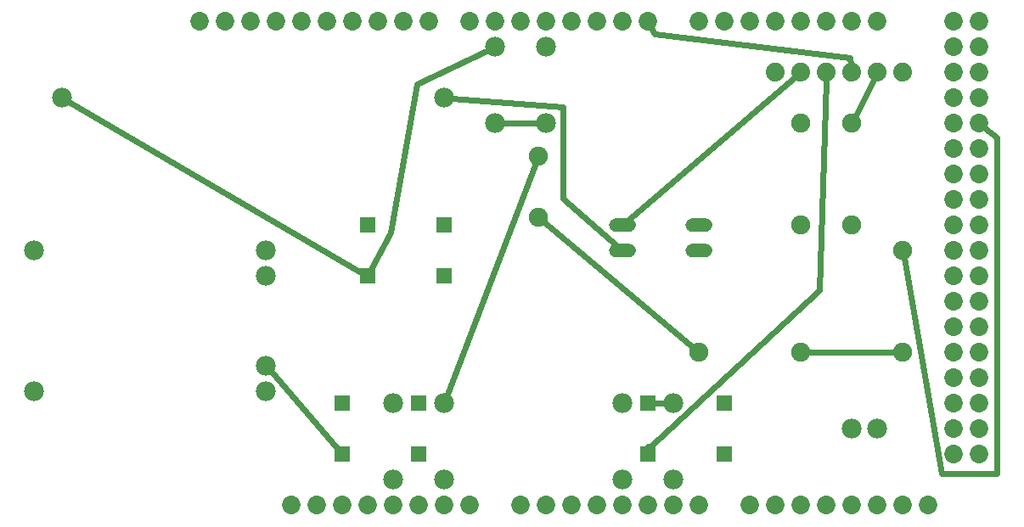
<source format=gtl>
G04 MADE WITH FRITZING*
G04 WWW.FRITZING.ORG*
G04 DOUBLE SIDED*
G04 HOLES PLATED*
G04 CONTOUR ON CENTER OF CONTOUR VECTOR*
%ASAXBY*%
%FSLAX23Y23*%
%MOIN*%
%OFA0B0*%
%SFA1.0B1.0*%
%ADD10C,0.072917*%
%ADD11C,0.052000*%
%ADD12C,0.078000*%
%ADD13C,0.074000*%
%ADD14C,0.059370*%
%ADD15C,0.075000*%
%ADD16C,0.075433*%
%ADD17C,0.024000*%
%ADD18R,0.001000X0.001000*%
%LNCOPPER1*%
G90*
G70*
G54D10*
X3007Y103D03*
X1407Y103D03*
X3107Y103D03*
X3207Y103D03*
X3307Y103D03*
X3407Y103D03*
X3707Y1503D03*
X3507Y103D03*
X3607Y103D03*
X1447Y2003D03*
X2007Y103D03*
X2107Y103D03*
X2207Y103D03*
X2307Y103D03*
X3707Y703D03*
X2407Y103D03*
X2507Y103D03*
X2607Y103D03*
X2707Y103D03*
X2207Y2003D03*
X3707Y1903D03*
X3707Y1103D03*
X3707Y303D03*
X1047Y2003D03*
X1807Y103D03*
X1807Y2003D03*
X3707Y1703D03*
X3707Y1303D03*
X3707Y903D03*
X3407Y2003D03*
X3707Y503D03*
X3307Y2003D03*
X3207Y2003D03*
X3107Y2003D03*
X3007Y2003D03*
X2907Y2003D03*
X2807Y2003D03*
X2707Y2003D03*
X847Y2003D03*
X1247Y2003D03*
X1647Y2003D03*
X1207Y103D03*
X1607Y103D03*
X2407Y2003D03*
X2007Y2003D03*
X3707Y2003D03*
X3707Y1803D03*
X3707Y1603D03*
X3707Y1403D03*
X3707Y1203D03*
X3707Y1003D03*
X3707Y803D03*
X3707Y603D03*
X3707Y403D03*
X747Y2003D03*
X947Y2003D03*
X1147Y2003D03*
X1347Y2003D03*
X1547Y2003D03*
X1107Y103D03*
X1307Y103D03*
X1507Y103D03*
X1707Y103D03*
X2507Y2003D03*
X2307Y2003D03*
X2107Y2003D03*
X1907Y2003D03*
X3807Y2003D03*
X3807Y1903D03*
X3807Y1803D03*
X3807Y1703D03*
X3807Y1603D03*
X3807Y1503D03*
X3807Y1403D03*
X3807Y1303D03*
X3807Y1203D03*
X3807Y1103D03*
X3807Y1003D03*
X3807Y903D03*
X3807Y803D03*
X3807Y703D03*
X3807Y603D03*
X3807Y503D03*
X3807Y403D03*
X3807Y303D03*
X2907Y103D03*
G54D11*
X2707Y1103D03*
X2707Y1203D03*
X2407Y1203D03*
X2407Y1103D03*
X2707Y1103D03*
X2707Y1203D03*
X2407Y1203D03*
X2407Y1103D03*
G54D12*
X98Y1103D03*
X98Y551D03*
X1007Y1103D03*
X1007Y1003D03*
X1007Y652D03*
X1007Y551D03*
G54D13*
X3007Y1803D03*
X3107Y1803D03*
X3207Y1803D03*
X3307Y1803D03*
X3407Y1803D03*
X3507Y1803D03*
G54D14*
X1307Y503D03*
X1607Y503D03*
X1307Y303D03*
X1607Y303D03*
X1307Y503D03*
X1607Y503D03*
X1307Y303D03*
X1607Y303D03*
X1707Y1003D03*
X1407Y1003D03*
X1707Y1203D03*
X1407Y1203D03*
X1707Y1003D03*
X1407Y1003D03*
X1707Y1203D03*
X1407Y1203D03*
X2507Y503D03*
X2807Y503D03*
X2507Y303D03*
X2807Y303D03*
X2507Y503D03*
X2807Y503D03*
X2507Y303D03*
X2807Y303D03*
G54D12*
X1707Y1703D03*
X207Y1703D03*
X2107Y1603D03*
X2107Y1903D03*
X1507Y503D03*
X1507Y203D03*
X2607Y503D03*
X2607Y203D03*
G54D15*
X3307Y1203D03*
X3307Y1603D03*
X3107Y1203D03*
X3107Y1603D03*
G54D12*
X2407Y503D03*
X2407Y203D03*
X1707Y503D03*
X1707Y203D03*
X1907Y1603D03*
X1907Y1903D03*
G54D15*
X3507Y1103D03*
X3507Y703D03*
X2707Y703D03*
X3107Y703D03*
G54D12*
X3407Y403D03*
X3307Y403D03*
G54D16*
X2076Y1235D03*
X2076Y1475D03*
G54D17*
X1287Y326D02*
X1027Y629D01*
D02*
X3136Y703D02*
X3479Y703D01*
D02*
X3393Y1775D02*
X3320Y1628D01*
D02*
X2428Y1220D02*
X3084Y1783D01*
D02*
X3512Y1075D02*
X3660Y227D01*
X3660Y227D02*
X3876Y227D01*
X3876Y227D02*
X3876Y1547D01*
X3876Y1547D02*
X3831Y1584D01*
D02*
X2521Y1976D02*
X2532Y1955D01*
X2532Y1955D02*
X3300Y1859D01*
X3300Y1859D02*
X3303Y1834D01*
D02*
X2077Y1603D02*
X1937Y1603D01*
D02*
X2387Y1121D02*
X2172Y1307D01*
X2172Y1307D02*
X2172Y1667D01*
X2172Y1667D02*
X1737Y1700D01*
D02*
X1496Y1175D02*
X1599Y1756D01*
D02*
X1421Y1030D02*
X1496Y1175D01*
D02*
X1599Y1756D02*
X1880Y1890D01*
D02*
X233Y1688D02*
X1381Y1018D01*
D02*
X2577Y503D02*
X2538Y503D01*
D02*
X2066Y1448D02*
X1718Y531D01*
D02*
X2685Y721D02*
X2098Y1216D01*
D02*
X3206Y1772D02*
X3180Y947D01*
X3180Y947D02*
X2508Y323D01*
X2508Y323D02*
X2508Y334D01*
G54D18*
X1378Y1232D02*
X1436Y1232D01*
X1678Y1232D02*
X1736Y1232D01*
X1378Y1231D02*
X1436Y1231D01*
X1678Y1231D02*
X1736Y1231D01*
X1378Y1230D02*
X1436Y1230D01*
X1678Y1230D02*
X1736Y1230D01*
X1378Y1229D02*
X1436Y1229D01*
X1678Y1229D02*
X1736Y1229D01*
X2378Y1229D02*
X2436Y1229D01*
X2678Y1229D02*
X2736Y1229D01*
X1378Y1228D02*
X1436Y1228D01*
X1678Y1228D02*
X1736Y1228D01*
X2373Y1228D02*
X2440Y1228D01*
X2673Y1228D02*
X2740Y1228D01*
X1378Y1227D02*
X1436Y1227D01*
X1678Y1227D02*
X1736Y1227D01*
X2371Y1227D02*
X2443Y1227D01*
X2671Y1227D02*
X2743Y1227D01*
X1378Y1226D02*
X1436Y1226D01*
X1678Y1226D02*
X1736Y1226D01*
X2369Y1226D02*
X2445Y1226D01*
X2669Y1226D02*
X2745Y1226D01*
X1378Y1225D02*
X1436Y1225D01*
X1678Y1225D02*
X1736Y1225D01*
X2367Y1225D02*
X2446Y1225D01*
X2667Y1225D02*
X2746Y1225D01*
X1378Y1224D02*
X1436Y1224D01*
X1678Y1224D02*
X1736Y1224D01*
X2366Y1224D02*
X2448Y1224D01*
X2666Y1224D02*
X2748Y1224D01*
X1378Y1223D02*
X1436Y1223D01*
X1678Y1223D02*
X1736Y1223D01*
X2365Y1223D02*
X2449Y1223D01*
X2665Y1223D02*
X2749Y1223D01*
X1378Y1222D02*
X1401Y1222D01*
X1413Y1222D02*
X1436Y1222D01*
X1678Y1222D02*
X1701Y1222D01*
X1713Y1222D02*
X1736Y1222D01*
X2363Y1222D02*
X2450Y1222D01*
X2663Y1222D02*
X2750Y1222D01*
X1378Y1221D02*
X1398Y1221D01*
X1416Y1221D02*
X1436Y1221D01*
X1678Y1221D02*
X1698Y1221D01*
X1716Y1221D02*
X1736Y1221D01*
X2362Y1221D02*
X2451Y1221D01*
X2662Y1221D02*
X2751Y1221D01*
X1378Y1220D02*
X1396Y1220D01*
X1418Y1220D02*
X1436Y1220D01*
X1678Y1220D02*
X1696Y1220D01*
X1718Y1220D02*
X1736Y1220D01*
X2362Y1220D02*
X2452Y1220D01*
X2662Y1220D02*
X2752Y1220D01*
X1378Y1219D02*
X1395Y1219D01*
X1419Y1219D02*
X1436Y1219D01*
X1678Y1219D02*
X1695Y1219D01*
X1719Y1219D02*
X1736Y1219D01*
X2361Y1219D02*
X2404Y1219D01*
X2410Y1219D02*
X2453Y1219D01*
X2661Y1219D02*
X2704Y1219D01*
X2710Y1219D02*
X2753Y1219D01*
X1378Y1218D02*
X1393Y1218D01*
X1420Y1218D02*
X1436Y1218D01*
X1678Y1218D02*
X1693Y1218D01*
X1720Y1218D02*
X1736Y1218D01*
X2360Y1218D02*
X2400Y1218D01*
X2413Y1218D02*
X2454Y1218D01*
X2660Y1218D02*
X2700Y1218D01*
X2713Y1218D02*
X2754Y1218D01*
X1378Y1217D02*
X1392Y1217D01*
X1421Y1217D02*
X1436Y1217D01*
X1678Y1217D02*
X1692Y1217D01*
X1721Y1217D02*
X1736Y1217D01*
X2359Y1217D02*
X2398Y1217D01*
X2415Y1217D02*
X2454Y1217D01*
X2659Y1217D02*
X2698Y1217D01*
X2715Y1217D02*
X2754Y1217D01*
X1378Y1216D02*
X1391Y1216D01*
X1422Y1216D02*
X1436Y1216D01*
X1678Y1216D02*
X1691Y1216D01*
X1722Y1216D02*
X1736Y1216D01*
X2359Y1216D02*
X2397Y1216D01*
X2417Y1216D02*
X2455Y1216D01*
X2659Y1216D02*
X2697Y1216D01*
X2717Y1216D02*
X2755Y1216D01*
X1378Y1215D02*
X1391Y1215D01*
X1423Y1215D02*
X1436Y1215D01*
X1678Y1215D02*
X1691Y1215D01*
X1723Y1215D02*
X1736Y1215D01*
X2358Y1215D02*
X2396Y1215D01*
X2418Y1215D02*
X2455Y1215D01*
X2658Y1215D02*
X2696Y1215D01*
X2718Y1215D02*
X2755Y1215D01*
X1378Y1214D02*
X1390Y1214D01*
X1424Y1214D02*
X1436Y1214D01*
X1678Y1214D02*
X1690Y1214D01*
X1724Y1214D02*
X1736Y1214D01*
X2358Y1214D02*
X2395Y1214D01*
X2419Y1214D02*
X2456Y1214D01*
X2658Y1214D02*
X2695Y1214D01*
X2719Y1214D02*
X2756Y1214D01*
X1378Y1213D02*
X1389Y1213D01*
X1424Y1213D02*
X1436Y1213D01*
X1678Y1213D02*
X1689Y1213D01*
X1724Y1213D02*
X1736Y1213D01*
X2357Y1213D02*
X2394Y1213D01*
X2420Y1213D02*
X2456Y1213D01*
X2657Y1213D02*
X2694Y1213D01*
X2720Y1213D02*
X2756Y1213D01*
X1378Y1212D02*
X1389Y1212D01*
X1425Y1212D02*
X1436Y1212D01*
X1678Y1212D02*
X1689Y1212D01*
X1725Y1212D02*
X1736Y1212D01*
X2357Y1212D02*
X2393Y1212D01*
X2421Y1212D02*
X2457Y1212D01*
X2657Y1212D02*
X2693Y1212D01*
X2721Y1212D02*
X2757Y1212D01*
X1378Y1211D02*
X1388Y1211D01*
X1425Y1211D02*
X1436Y1211D01*
X1678Y1211D02*
X1688Y1211D01*
X1725Y1211D02*
X1736Y1211D01*
X2356Y1211D02*
X2392Y1211D01*
X2421Y1211D02*
X2457Y1211D01*
X2656Y1211D02*
X2692Y1211D01*
X2721Y1211D02*
X2757Y1211D01*
X1378Y1210D02*
X1388Y1210D01*
X1426Y1210D02*
X1436Y1210D01*
X1678Y1210D02*
X1688Y1210D01*
X1726Y1210D02*
X1736Y1210D01*
X2356Y1210D02*
X2392Y1210D01*
X2422Y1210D02*
X2457Y1210D01*
X2656Y1210D02*
X2692Y1210D01*
X2722Y1210D02*
X2757Y1210D01*
X1378Y1209D02*
X1388Y1209D01*
X1426Y1209D02*
X1436Y1209D01*
X1678Y1209D02*
X1688Y1209D01*
X1726Y1209D02*
X1736Y1209D01*
X2356Y1209D02*
X2391Y1209D01*
X2422Y1209D02*
X2458Y1209D01*
X2656Y1209D02*
X2691Y1209D01*
X2722Y1209D02*
X2758Y1209D01*
X1378Y1208D02*
X1387Y1208D01*
X1426Y1208D02*
X1436Y1208D01*
X1678Y1208D02*
X1687Y1208D01*
X1726Y1208D02*
X1736Y1208D01*
X2356Y1208D02*
X2391Y1208D01*
X2422Y1208D02*
X2458Y1208D01*
X2656Y1208D02*
X2691Y1208D01*
X2722Y1208D02*
X2758Y1208D01*
X1378Y1207D02*
X1387Y1207D01*
X1427Y1207D02*
X1436Y1207D01*
X1678Y1207D02*
X1687Y1207D01*
X1727Y1207D02*
X1736Y1207D01*
X2356Y1207D02*
X2391Y1207D01*
X2423Y1207D02*
X2458Y1207D01*
X2656Y1207D02*
X2691Y1207D01*
X2723Y1207D02*
X2758Y1207D01*
X1378Y1206D02*
X1387Y1206D01*
X1427Y1206D02*
X1436Y1206D01*
X1678Y1206D02*
X1687Y1206D01*
X1727Y1206D02*
X1736Y1206D01*
X2355Y1206D02*
X2391Y1206D01*
X2423Y1206D02*
X2458Y1206D01*
X2655Y1206D02*
X2691Y1206D01*
X2723Y1206D02*
X2758Y1206D01*
X1378Y1205D02*
X1387Y1205D01*
X1427Y1205D02*
X1436Y1205D01*
X1678Y1205D02*
X1687Y1205D01*
X1727Y1205D02*
X1736Y1205D01*
X2355Y1205D02*
X2390Y1205D01*
X2423Y1205D02*
X2458Y1205D01*
X2655Y1205D02*
X2690Y1205D01*
X2723Y1205D02*
X2758Y1205D01*
X1378Y1204D02*
X1387Y1204D01*
X1427Y1204D02*
X1436Y1204D01*
X1678Y1204D02*
X1687Y1204D01*
X1727Y1204D02*
X1736Y1204D01*
X2355Y1204D02*
X2390Y1204D01*
X2423Y1204D02*
X2458Y1204D01*
X2655Y1204D02*
X2690Y1204D01*
X2723Y1204D02*
X2758Y1204D01*
X1378Y1203D02*
X1387Y1203D01*
X1427Y1203D02*
X1436Y1203D01*
X1678Y1203D02*
X1687Y1203D01*
X1727Y1203D02*
X1736Y1203D01*
X2355Y1203D02*
X2390Y1203D01*
X2423Y1203D02*
X2458Y1203D01*
X2655Y1203D02*
X2690Y1203D01*
X2723Y1203D02*
X2758Y1203D01*
X1378Y1202D02*
X1387Y1202D01*
X1427Y1202D02*
X1436Y1202D01*
X1678Y1202D02*
X1687Y1202D01*
X1727Y1202D02*
X1736Y1202D01*
X2355Y1202D02*
X2390Y1202D01*
X2423Y1202D02*
X2458Y1202D01*
X2655Y1202D02*
X2690Y1202D01*
X2723Y1202D02*
X2758Y1202D01*
X1378Y1201D02*
X1387Y1201D01*
X1427Y1201D02*
X1436Y1201D01*
X1678Y1201D02*
X1687Y1201D01*
X1727Y1201D02*
X1736Y1201D01*
X2355Y1201D02*
X2391Y1201D01*
X2423Y1201D02*
X2458Y1201D01*
X2655Y1201D02*
X2691Y1201D01*
X2723Y1201D02*
X2758Y1201D01*
X1378Y1200D02*
X1387Y1200D01*
X1427Y1200D02*
X1436Y1200D01*
X1678Y1200D02*
X1687Y1200D01*
X1727Y1200D02*
X1736Y1200D01*
X2356Y1200D02*
X2391Y1200D01*
X2423Y1200D02*
X2458Y1200D01*
X2656Y1200D02*
X2691Y1200D01*
X2723Y1200D02*
X2758Y1200D01*
X1378Y1199D02*
X1387Y1199D01*
X1426Y1199D02*
X1436Y1199D01*
X1678Y1199D02*
X1687Y1199D01*
X1726Y1199D02*
X1736Y1199D01*
X2356Y1199D02*
X2391Y1199D01*
X2423Y1199D02*
X2458Y1199D01*
X2656Y1199D02*
X2691Y1199D01*
X2723Y1199D02*
X2758Y1199D01*
X1378Y1198D02*
X1387Y1198D01*
X1426Y1198D02*
X1436Y1198D01*
X1678Y1198D02*
X1687Y1198D01*
X1726Y1198D02*
X1736Y1198D01*
X2356Y1198D02*
X2391Y1198D01*
X2422Y1198D02*
X2458Y1198D01*
X2656Y1198D02*
X2691Y1198D01*
X2722Y1198D02*
X2758Y1198D01*
X1378Y1197D02*
X1388Y1197D01*
X1426Y1197D02*
X1436Y1197D01*
X1678Y1197D02*
X1688Y1197D01*
X1726Y1197D02*
X1736Y1197D01*
X2356Y1197D02*
X2392Y1197D01*
X2422Y1197D02*
X2458Y1197D01*
X2656Y1197D02*
X2692Y1197D01*
X2722Y1197D02*
X2758Y1197D01*
X1378Y1196D02*
X1388Y1196D01*
X1426Y1196D02*
X1436Y1196D01*
X1678Y1196D02*
X1688Y1196D01*
X1726Y1196D02*
X1736Y1196D01*
X2356Y1196D02*
X2392Y1196D01*
X2421Y1196D02*
X2457Y1196D01*
X2656Y1196D02*
X2692Y1196D01*
X2721Y1196D02*
X2757Y1196D01*
X1378Y1195D02*
X1388Y1195D01*
X1425Y1195D02*
X1436Y1195D01*
X1678Y1195D02*
X1688Y1195D01*
X1725Y1195D02*
X1736Y1195D01*
X2357Y1195D02*
X2393Y1195D01*
X2421Y1195D02*
X2457Y1195D01*
X2657Y1195D02*
X2693Y1195D01*
X2721Y1195D02*
X2757Y1195D01*
X1378Y1194D02*
X1389Y1194D01*
X1425Y1194D02*
X1436Y1194D01*
X1678Y1194D02*
X1689Y1194D01*
X1725Y1194D02*
X1736Y1194D01*
X2357Y1194D02*
X2393Y1194D01*
X2420Y1194D02*
X2457Y1194D01*
X2657Y1194D02*
X2693Y1194D01*
X2720Y1194D02*
X2757Y1194D01*
X1378Y1193D02*
X1390Y1193D01*
X1424Y1193D02*
X1436Y1193D01*
X1678Y1193D02*
X1690Y1193D01*
X1724Y1193D02*
X1736Y1193D01*
X2357Y1193D02*
X2394Y1193D01*
X2419Y1193D02*
X2456Y1193D01*
X2657Y1193D02*
X2694Y1193D01*
X2719Y1193D02*
X2756Y1193D01*
X1378Y1192D02*
X1390Y1192D01*
X1423Y1192D02*
X1436Y1192D01*
X1678Y1192D02*
X1690Y1192D01*
X1723Y1192D02*
X1736Y1192D01*
X2358Y1192D02*
X2395Y1192D01*
X2419Y1192D02*
X2456Y1192D01*
X2658Y1192D02*
X2695Y1192D01*
X2719Y1192D02*
X2756Y1192D01*
X1378Y1191D02*
X1391Y1191D01*
X1423Y1191D02*
X1436Y1191D01*
X1678Y1191D02*
X1691Y1191D01*
X1723Y1191D02*
X1736Y1191D01*
X2358Y1191D02*
X2396Y1191D01*
X2417Y1191D02*
X2455Y1191D01*
X2658Y1191D02*
X2696Y1191D01*
X2717Y1191D02*
X2755Y1191D01*
X1378Y1190D02*
X1392Y1190D01*
X1422Y1190D02*
X1436Y1190D01*
X1678Y1190D02*
X1692Y1190D01*
X1722Y1190D02*
X1736Y1190D01*
X2359Y1190D02*
X2397Y1190D01*
X2416Y1190D02*
X2455Y1190D01*
X2659Y1190D02*
X2697Y1190D01*
X2716Y1190D02*
X2755Y1190D01*
X1378Y1189D02*
X1393Y1189D01*
X1421Y1189D02*
X1436Y1189D01*
X1678Y1189D02*
X1693Y1189D01*
X1721Y1189D02*
X1736Y1189D01*
X2360Y1189D02*
X2399Y1189D01*
X2414Y1189D02*
X2454Y1189D01*
X2660Y1189D02*
X2699Y1189D01*
X2714Y1189D02*
X2754Y1189D01*
X1378Y1188D02*
X1394Y1188D01*
X1420Y1188D02*
X1436Y1188D01*
X1678Y1188D02*
X1694Y1188D01*
X1720Y1188D02*
X1736Y1188D01*
X2360Y1188D02*
X2402Y1188D01*
X2412Y1188D02*
X2453Y1188D01*
X2660Y1188D02*
X2702Y1188D01*
X2712Y1188D02*
X2753Y1188D01*
X1378Y1187D02*
X1395Y1187D01*
X1418Y1187D02*
X1436Y1187D01*
X1678Y1187D02*
X1695Y1187D01*
X1718Y1187D02*
X1736Y1187D01*
X2361Y1187D02*
X2452Y1187D01*
X2661Y1187D02*
X2752Y1187D01*
X1378Y1186D02*
X1397Y1186D01*
X1417Y1186D02*
X1436Y1186D01*
X1678Y1186D02*
X1697Y1186D01*
X1717Y1186D02*
X1736Y1186D01*
X2362Y1186D02*
X2452Y1186D01*
X2662Y1186D02*
X2752Y1186D01*
X1378Y1185D02*
X1399Y1185D01*
X1415Y1185D02*
X1436Y1185D01*
X1678Y1185D02*
X1699Y1185D01*
X1715Y1185D02*
X1736Y1185D01*
X2363Y1185D02*
X2451Y1185D01*
X2663Y1185D02*
X2751Y1185D01*
X1378Y1184D02*
X1402Y1184D01*
X1411Y1184D02*
X1436Y1184D01*
X1678Y1184D02*
X1702Y1184D01*
X1711Y1184D02*
X1736Y1184D01*
X2364Y1184D02*
X2450Y1184D01*
X2664Y1184D02*
X2750Y1184D01*
X1378Y1183D02*
X1436Y1183D01*
X1678Y1183D02*
X1736Y1183D01*
X2365Y1183D02*
X2448Y1183D01*
X2665Y1183D02*
X2748Y1183D01*
X1378Y1182D02*
X1436Y1182D01*
X1678Y1182D02*
X1736Y1182D01*
X2366Y1182D02*
X2447Y1182D01*
X2666Y1182D02*
X2747Y1182D01*
X1378Y1181D02*
X1436Y1181D01*
X1678Y1181D02*
X1736Y1181D01*
X2368Y1181D02*
X2446Y1181D01*
X2668Y1181D02*
X2746Y1181D01*
X1378Y1180D02*
X1436Y1180D01*
X1678Y1180D02*
X1736Y1180D01*
X2370Y1180D02*
X2444Y1180D01*
X2670Y1180D02*
X2744Y1180D01*
X1378Y1179D02*
X1436Y1179D01*
X1678Y1179D02*
X1736Y1179D01*
X2372Y1179D02*
X2442Y1179D01*
X2672Y1179D02*
X2742Y1179D01*
X1378Y1178D02*
X1436Y1178D01*
X1678Y1178D02*
X1736Y1178D01*
X2375Y1178D02*
X2438Y1178D01*
X2675Y1178D02*
X2738Y1178D01*
X1378Y1177D02*
X1436Y1177D01*
X1678Y1177D02*
X1736Y1177D01*
X1378Y1176D02*
X1436Y1176D01*
X1678Y1176D02*
X1736Y1176D01*
X1378Y1175D02*
X1436Y1175D01*
X1678Y1175D02*
X1736Y1175D01*
X1378Y1174D02*
X1436Y1174D01*
X1678Y1174D02*
X1736Y1174D01*
X2378Y1129D02*
X2436Y1129D01*
X2678Y1129D02*
X2736Y1129D01*
X2373Y1128D02*
X2440Y1128D01*
X2673Y1128D02*
X2740Y1128D01*
X2371Y1127D02*
X2443Y1127D01*
X2671Y1127D02*
X2743Y1127D01*
X2369Y1126D02*
X2445Y1126D01*
X2669Y1126D02*
X2745Y1126D01*
X2367Y1125D02*
X2446Y1125D01*
X2667Y1125D02*
X2746Y1125D01*
X2366Y1124D02*
X2448Y1124D01*
X2666Y1124D02*
X2748Y1124D01*
X2365Y1123D02*
X2449Y1123D01*
X2665Y1123D02*
X2749Y1123D01*
X2363Y1122D02*
X2450Y1122D01*
X2663Y1122D02*
X2750Y1122D01*
X2362Y1121D02*
X2451Y1121D01*
X2662Y1121D02*
X2751Y1121D01*
X2362Y1120D02*
X2452Y1120D01*
X2662Y1120D02*
X2752Y1120D01*
X2361Y1119D02*
X2404Y1119D01*
X2410Y1119D02*
X2453Y1119D01*
X2661Y1119D02*
X2704Y1119D01*
X2710Y1119D02*
X2753Y1119D01*
X2360Y1118D02*
X2400Y1118D01*
X2413Y1118D02*
X2454Y1118D01*
X2660Y1118D02*
X2700Y1118D01*
X2713Y1118D02*
X2754Y1118D01*
X2359Y1117D02*
X2398Y1117D01*
X2415Y1117D02*
X2454Y1117D01*
X2659Y1117D02*
X2698Y1117D01*
X2715Y1117D02*
X2754Y1117D01*
X2359Y1116D02*
X2397Y1116D01*
X2417Y1116D02*
X2455Y1116D01*
X2659Y1116D02*
X2697Y1116D01*
X2717Y1116D02*
X2755Y1116D01*
X2358Y1115D02*
X2396Y1115D01*
X2418Y1115D02*
X2455Y1115D01*
X2658Y1115D02*
X2696Y1115D01*
X2718Y1115D02*
X2755Y1115D01*
X2358Y1114D02*
X2395Y1114D01*
X2419Y1114D02*
X2456Y1114D01*
X2658Y1114D02*
X2695Y1114D01*
X2719Y1114D02*
X2756Y1114D01*
X2357Y1113D02*
X2394Y1113D01*
X2420Y1113D02*
X2456Y1113D01*
X2657Y1113D02*
X2694Y1113D01*
X2720Y1113D02*
X2756Y1113D01*
X2357Y1112D02*
X2393Y1112D01*
X2421Y1112D02*
X2457Y1112D01*
X2657Y1112D02*
X2693Y1112D01*
X2721Y1112D02*
X2757Y1112D01*
X2356Y1111D02*
X2392Y1111D01*
X2421Y1111D02*
X2457Y1111D01*
X2656Y1111D02*
X2692Y1111D01*
X2721Y1111D02*
X2757Y1111D01*
X2356Y1110D02*
X2392Y1110D01*
X2422Y1110D02*
X2457Y1110D01*
X2656Y1110D02*
X2692Y1110D01*
X2722Y1110D02*
X2757Y1110D01*
X2356Y1109D02*
X2391Y1109D01*
X2422Y1109D02*
X2458Y1109D01*
X2656Y1109D02*
X2691Y1109D01*
X2722Y1109D02*
X2758Y1109D01*
X2356Y1108D02*
X2391Y1108D01*
X2422Y1108D02*
X2458Y1108D01*
X2656Y1108D02*
X2691Y1108D01*
X2722Y1108D02*
X2758Y1108D01*
X2356Y1107D02*
X2391Y1107D01*
X2423Y1107D02*
X2458Y1107D01*
X2656Y1107D02*
X2691Y1107D01*
X2723Y1107D02*
X2758Y1107D01*
X2355Y1106D02*
X2391Y1106D01*
X2423Y1106D02*
X2458Y1106D01*
X2655Y1106D02*
X2691Y1106D01*
X2723Y1106D02*
X2758Y1106D01*
X2355Y1105D02*
X2390Y1105D01*
X2423Y1105D02*
X2458Y1105D01*
X2655Y1105D02*
X2690Y1105D01*
X2723Y1105D02*
X2758Y1105D01*
X2355Y1104D02*
X2390Y1104D01*
X2423Y1104D02*
X2458Y1104D01*
X2655Y1104D02*
X2690Y1104D01*
X2723Y1104D02*
X2758Y1104D01*
X2355Y1103D02*
X2390Y1103D01*
X2423Y1103D02*
X2458Y1103D01*
X2655Y1103D02*
X2690Y1103D01*
X2723Y1103D02*
X2758Y1103D01*
X2355Y1102D02*
X2390Y1102D01*
X2423Y1102D02*
X2458Y1102D01*
X2655Y1102D02*
X2690Y1102D01*
X2723Y1102D02*
X2758Y1102D01*
X2355Y1101D02*
X2391Y1101D01*
X2423Y1101D02*
X2458Y1101D01*
X2655Y1101D02*
X2691Y1101D01*
X2723Y1101D02*
X2758Y1101D01*
X2356Y1100D02*
X2391Y1100D01*
X2423Y1100D02*
X2458Y1100D01*
X2656Y1100D02*
X2691Y1100D01*
X2723Y1100D02*
X2758Y1100D01*
X2356Y1099D02*
X2391Y1099D01*
X2423Y1099D02*
X2458Y1099D01*
X2656Y1099D02*
X2691Y1099D01*
X2723Y1099D02*
X2758Y1099D01*
X2356Y1098D02*
X2391Y1098D01*
X2422Y1098D02*
X2458Y1098D01*
X2656Y1098D02*
X2691Y1098D01*
X2722Y1098D02*
X2758Y1098D01*
X2356Y1097D02*
X2392Y1097D01*
X2422Y1097D02*
X2458Y1097D01*
X2656Y1097D02*
X2692Y1097D01*
X2722Y1097D02*
X2758Y1097D01*
X2356Y1096D02*
X2392Y1096D01*
X2421Y1096D02*
X2457Y1096D01*
X2656Y1096D02*
X2692Y1096D01*
X2721Y1096D02*
X2757Y1096D01*
X2357Y1095D02*
X2393Y1095D01*
X2421Y1095D02*
X2457Y1095D01*
X2657Y1095D02*
X2693Y1095D01*
X2721Y1095D02*
X2757Y1095D01*
X2357Y1094D02*
X2393Y1094D01*
X2420Y1094D02*
X2457Y1094D01*
X2657Y1094D02*
X2693Y1094D01*
X2720Y1094D02*
X2757Y1094D01*
X2357Y1093D02*
X2394Y1093D01*
X2419Y1093D02*
X2456Y1093D01*
X2657Y1093D02*
X2694Y1093D01*
X2719Y1093D02*
X2756Y1093D01*
X2358Y1092D02*
X2395Y1092D01*
X2419Y1092D02*
X2456Y1092D01*
X2658Y1092D02*
X2695Y1092D01*
X2719Y1092D02*
X2756Y1092D01*
X2358Y1091D02*
X2396Y1091D01*
X2417Y1091D02*
X2455Y1091D01*
X2658Y1091D02*
X2696Y1091D01*
X2717Y1091D02*
X2755Y1091D01*
X2359Y1090D02*
X2397Y1090D01*
X2416Y1090D02*
X2455Y1090D01*
X2659Y1090D02*
X2697Y1090D01*
X2716Y1090D02*
X2755Y1090D01*
X2360Y1089D02*
X2399Y1089D01*
X2414Y1089D02*
X2454Y1089D01*
X2660Y1089D02*
X2699Y1089D01*
X2714Y1089D02*
X2754Y1089D01*
X2360Y1088D02*
X2402Y1088D01*
X2412Y1088D02*
X2453Y1088D01*
X2660Y1088D02*
X2702Y1088D01*
X2712Y1088D02*
X2753Y1088D01*
X2361Y1087D02*
X2452Y1087D01*
X2661Y1087D02*
X2752Y1087D01*
X2362Y1086D02*
X2452Y1086D01*
X2662Y1086D02*
X2752Y1086D01*
X2363Y1085D02*
X2451Y1085D01*
X2663Y1085D02*
X2751Y1085D01*
X2364Y1084D02*
X2450Y1084D01*
X2664Y1084D02*
X2750Y1084D01*
X2365Y1083D02*
X2448Y1083D01*
X2665Y1083D02*
X2748Y1083D01*
X2366Y1082D02*
X2447Y1082D01*
X2666Y1082D02*
X2747Y1082D01*
X2368Y1081D02*
X2446Y1081D01*
X2668Y1081D02*
X2746Y1081D01*
X2370Y1080D02*
X2444Y1080D01*
X2670Y1080D02*
X2744Y1080D01*
X2372Y1079D02*
X2442Y1079D01*
X2672Y1079D02*
X2742Y1079D01*
X2375Y1078D02*
X2438Y1078D01*
X2675Y1078D02*
X2738Y1078D01*
X1378Y1032D02*
X1436Y1032D01*
X1678Y1032D02*
X1736Y1032D01*
X1378Y1031D02*
X1436Y1031D01*
X1678Y1031D02*
X1736Y1031D01*
X1378Y1030D02*
X1436Y1030D01*
X1678Y1030D02*
X1736Y1030D01*
X1378Y1029D02*
X1436Y1029D01*
X1678Y1029D02*
X1736Y1029D01*
X1378Y1028D02*
X1436Y1028D01*
X1678Y1028D02*
X1736Y1028D01*
X1378Y1027D02*
X1436Y1027D01*
X1678Y1027D02*
X1736Y1027D01*
X1378Y1026D02*
X1436Y1026D01*
X1678Y1026D02*
X1736Y1026D01*
X1378Y1025D02*
X1436Y1025D01*
X1678Y1025D02*
X1736Y1025D01*
X1378Y1024D02*
X1436Y1024D01*
X1678Y1024D02*
X1736Y1024D01*
X1378Y1023D02*
X1436Y1023D01*
X1678Y1023D02*
X1736Y1023D01*
X1378Y1022D02*
X1401Y1022D01*
X1413Y1022D02*
X1436Y1022D01*
X1678Y1022D02*
X1701Y1022D01*
X1713Y1022D02*
X1736Y1022D01*
X1378Y1021D02*
X1398Y1021D01*
X1416Y1021D02*
X1436Y1021D01*
X1678Y1021D02*
X1698Y1021D01*
X1716Y1021D02*
X1736Y1021D01*
X1378Y1020D02*
X1396Y1020D01*
X1418Y1020D02*
X1436Y1020D01*
X1678Y1020D02*
X1696Y1020D01*
X1718Y1020D02*
X1736Y1020D01*
X1378Y1019D02*
X1395Y1019D01*
X1419Y1019D02*
X1436Y1019D01*
X1678Y1019D02*
X1695Y1019D01*
X1719Y1019D02*
X1736Y1019D01*
X1378Y1018D02*
X1393Y1018D01*
X1420Y1018D02*
X1436Y1018D01*
X1678Y1018D02*
X1693Y1018D01*
X1720Y1018D02*
X1736Y1018D01*
X1378Y1017D02*
X1392Y1017D01*
X1421Y1017D02*
X1436Y1017D01*
X1678Y1017D02*
X1692Y1017D01*
X1721Y1017D02*
X1736Y1017D01*
X1378Y1016D02*
X1391Y1016D01*
X1422Y1016D02*
X1436Y1016D01*
X1678Y1016D02*
X1691Y1016D01*
X1722Y1016D02*
X1736Y1016D01*
X1378Y1015D02*
X1391Y1015D01*
X1423Y1015D02*
X1436Y1015D01*
X1678Y1015D02*
X1691Y1015D01*
X1723Y1015D02*
X1736Y1015D01*
X1378Y1014D02*
X1390Y1014D01*
X1424Y1014D02*
X1436Y1014D01*
X1678Y1014D02*
X1690Y1014D01*
X1724Y1014D02*
X1736Y1014D01*
X1378Y1013D02*
X1389Y1013D01*
X1424Y1013D02*
X1436Y1013D01*
X1678Y1013D02*
X1689Y1013D01*
X1724Y1013D02*
X1736Y1013D01*
X1378Y1012D02*
X1389Y1012D01*
X1425Y1012D02*
X1436Y1012D01*
X1678Y1012D02*
X1689Y1012D01*
X1725Y1012D02*
X1736Y1012D01*
X1378Y1011D02*
X1388Y1011D01*
X1425Y1011D02*
X1436Y1011D01*
X1678Y1011D02*
X1688Y1011D01*
X1725Y1011D02*
X1736Y1011D01*
X1378Y1010D02*
X1388Y1010D01*
X1426Y1010D02*
X1436Y1010D01*
X1678Y1010D02*
X1688Y1010D01*
X1726Y1010D02*
X1736Y1010D01*
X1378Y1009D02*
X1388Y1009D01*
X1426Y1009D02*
X1436Y1009D01*
X1678Y1009D02*
X1688Y1009D01*
X1726Y1009D02*
X1736Y1009D01*
X1378Y1008D02*
X1387Y1008D01*
X1426Y1008D02*
X1436Y1008D01*
X1678Y1008D02*
X1687Y1008D01*
X1726Y1008D02*
X1736Y1008D01*
X1378Y1007D02*
X1387Y1007D01*
X1427Y1007D02*
X1436Y1007D01*
X1678Y1007D02*
X1687Y1007D01*
X1727Y1007D02*
X1736Y1007D01*
X1378Y1006D02*
X1387Y1006D01*
X1427Y1006D02*
X1436Y1006D01*
X1678Y1006D02*
X1687Y1006D01*
X1727Y1006D02*
X1736Y1006D01*
X1378Y1005D02*
X1387Y1005D01*
X1427Y1005D02*
X1436Y1005D01*
X1678Y1005D02*
X1687Y1005D01*
X1727Y1005D02*
X1736Y1005D01*
X1378Y1004D02*
X1387Y1004D01*
X1427Y1004D02*
X1436Y1004D01*
X1678Y1004D02*
X1687Y1004D01*
X1727Y1004D02*
X1736Y1004D01*
X1378Y1003D02*
X1387Y1003D01*
X1427Y1003D02*
X1436Y1003D01*
X1678Y1003D02*
X1687Y1003D01*
X1727Y1003D02*
X1736Y1003D01*
X1378Y1002D02*
X1387Y1002D01*
X1427Y1002D02*
X1436Y1002D01*
X1678Y1002D02*
X1687Y1002D01*
X1727Y1002D02*
X1736Y1002D01*
X1378Y1001D02*
X1387Y1001D01*
X1427Y1001D02*
X1436Y1001D01*
X1678Y1001D02*
X1687Y1001D01*
X1727Y1001D02*
X1736Y1001D01*
X1378Y1000D02*
X1387Y1000D01*
X1427Y1000D02*
X1436Y1000D01*
X1678Y1000D02*
X1687Y1000D01*
X1727Y1000D02*
X1736Y1000D01*
X1378Y999D02*
X1387Y999D01*
X1426Y999D02*
X1436Y999D01*
X1678Y999D02*
X1687Y999D01*
X1726Y999D02*
X1736Y999D01*
X1378Y998D02*
X1387Y998D01*
X1426Y998D02*
X1436Y998D01*
X1678Y998D02*
X1687Y998D01*
X1726Y998D02*
X1736Y998D01*
X1378Y997D02*
X1388Y997D01*
X1426Y997D02*
X1436Y997D01*
X1678Y997D02*
X1688Y997D01*
X1726Y997D02*
X1736Y997D01*
X1378Y996D02*
X1388Y996D01*
X1426Y996D02*
X1436Y996D01*
X1678Y996D02*
X1688Y996D01*
X1726Y996D02*
X1736Y996D01*
X1378Y995D02*
X1388Y995D01*
X1425Y995D02*
X1436Y995D01*
X1678Y995D02*
X1688Y995D01*
X1725Y995D02*
X1736Y995D01*
X1378Y994D02*
X1389Y994D01*
X1425Y994D02*
X1436Y994D01*
X1678Y994D02*
X1689Y994D01*
X1725Y994D02*
X1736Y994D01*
X1378Y993D02*
X1390Y993D01*
X1424Y993D02*
X1436Y993D01*
X1678Y993D02*
X1690Y993D01*
X1724Y993D02*
X1736Y993D01*
X1378Y992D02*
X1390Y992D01*
X1423Y992D02*
X1436Y992D01*
X1678Y992D02*
X1690Y992D01*
X1723Y992D02*
X1736Y992D01*
X1378Y991D02*
X1391Y991D01*
X1423Y991D02*
X1436Y991D01*
X1678Y991D02*
X1691Y991D01*
X1723Y991D02*
X1736Y991D01*
X1378Y990D02*
X1392Y990D01*
X1422Y990D02*
X1436Y990D01*
X1678Y990D02*
X1692Y990D01*
X1722Y990D02*
X1736Y990D01*
X1378Y989D02*
X1393Y989D01*
X1421Y989D02*
X1436Y989D01*
X1678Y989D02*
X1693Y989D01*
X1721Y989D02*
X1736Y989D01*
X1378Y988D02*
X1394Y988D01*
X1420Y988D02*
X1436Y988D01*
X1678Y988D02*
X1694Y988D01*
X1720Y988D02*
X1736Y988D01*
X1378Y987D02*
X1395Y987D01*
X1418Y987D02*
X1436Y987D01*
X1678Y987D02*
X1695Y987D01*
X1718Y987D02*
X1736Y987D01*
X1378Y986D02*
X1397Y986D01*
X1417Y986D02*
X1436Y986D01*
X1678Y986D02*
X1697Y986D01*
X1717Y986D02*
X1736Y986D01*
X1378Y985D02*
X1399Y985D01*
X1415Y985D02*
X1436Y985D01*
X1678Y985D02*
X1699Y985D01*
X1715Y985D02*
X1736Y985D01*
X1378Y984D02*
X1402Y984D01*
X1411Y984D02*
X1436Y984D01*
X1678Y984D02*
X1702Y984D01*
X1711Y984D02*
X1736Y984D01*
X1378Y983D02*
X1436Y983D01*
X1678Y983D02*
X1736Y983D01*
X1378Y982D02*
X1436Y982D01*
X1678Y982D02*
X1736Y982D01*
X1378Y981D02*
X1436Y981D01*
X1678Y981D02*
X1736Y981D01*
X1378Y980D02*
X1436Y980D01*
X1678Y980D02*
X1736Y980D01*
X1378Y979D02*
X1436Y979D01*
X1678Y979D02*
X1736Y979D01*
X1378Y978D02*
X1436Y978D01*
X1678Y978D02*
X1736Y978D01*
X1378Y977D02*
X1436Y977D01*
X1678Y977D02*
X1736Y977D01*
X1378Y976D02*
X1436Y976D01*
X1678Y976D02*
X1736Y976D01*
X1378Y975D02*
X1436Y975D01*
X1678Y975D02*
X1736Y975D01*
X1378Y974D02*
X1436Y974D01*
X1678Y974D02*
X1736Y974D01*
X1278Y532D02*
X1336Y532D01*
X1578Y532D02*
X1636Y532D01*
X2478Y532D02*
X2536Y532D01*
X2778Y532D02*
X2836Y532D01*
X1278Y531D02*
X1336Y531D01*
X1578Y531D02*
X1636Y531D01*
X2478Y531D02*
X2536Y531D01*
X2778Y531D02*
X2836Y531D01*
X1278Y530D02*
X1336Y530D01*
X1578Y530D02*
X1636Y530D01*
X2478Y530D02*
X2536Y530D01*
X2778Y530D02*
X2836Y530D01*
X1278Y529D02*
X1336Y529D01*
X1578Y529D02*
X1636Y529D01*
X2478Y529D02*
X2536Y529D01*
X2778Y529D02*
X2836Y529D01*
X1278Y528D02*
X1336Y528D01*
X1578Y528D02*
X1636Y528D01*
X2478Y528D02*
X2536Y528D01*
X2778Y528D02*
X2836Y528D01*
X1278Y527D02*
X1336Y527D01*
X1578Y527D02*
X1636Y527D01*
X2478Y527D02*
X2536Y527D01*
X2778Y527D02*
X2836Y527D01*
X1278Y526D02*
X1336Y526D01*
X1578Y526D02*
X1636Y526D01*
X2478Y526D02*
X2536Y526D01*
X2778Y526D02*
X2836Y526D01*
X1278Y525D02*
X1336Y525D01*
X1578Y525D02*
X1636Y525D01*
X2478Y525D02*
X2536Y525D01*
X2778Y525D02*
X2836Y525D01*
X1278Y524D02*
X1336Y524D01*
X1578Y524D02*
X1636Y524D01*
X2478Y524D02*
X2536Y524D01*
X2778Y524D02*
X2836Y524D01*
X1278Y523D02*
X1336Y523D01*
X1578Y523D02*
X1636Y523D01*
X2478Y523D02*
X2536Y523D01*
X2778Y523D02*
X2836Y523D01*
X1278Y522D02*
X1301Y522D01*
X1313Y522D02*
X1336Y522D01*
X1578Y522D02*
X1601Y522D01*
X1613Y522D02*
X1636Y522D01*
X2478Y522D02*
X2501Y522D01*
X2513Y522D02*
X2536Y522D01*
X2778Y522D02*
X2801Y522D01*
X2813Y522D02*
X2836Y522D01*
X1278Y521D02*
X1298Y521D01*
X1316Y521D02*
X1336Y521D01*
X1578Y521D02*
X1598Y521D01*
X1616Y521D02*
X1636Y521D01*
X2478Y521D02*
X2498Y521D01*
X2516Y521D02*
X2536Y521D01*
X2778Y521D02*
X2798Y521D01*
X2816Y521D02*
X2836Y521D01*
X1278Y520D02*
X1296Y520D01*
X1318Y520D02*
X1336Y520D01*
X1578Y520D02*
X1596Y520D01*
X1618Y520D02*
X1636Y520D01*
X2478Y520D02*
X2496Y520D01*
X2518Y520D02*
X2536Y520D01*
X2778Y520D02*
X2796Y520D01*
X2818Y520D02*
X2836Y520D01*
X1278Y519D02*
X1295Y519D01*
X1319Y519D02*
X1336Y519D01*
X1578Y519D02*
X1595Y519D01*
X1619Y519D02*
X1636Y519D01*
X2478Y519D02*
X2495Y519D01*
X2519Y519D02*
X2536Y519D01*
X2778Y519D02*
X2795Y519D01*
X2819Y519D02*
X2836Y519D01*
X1278Y518D02*
X1293Y518D01*
X1320Y518D02*
X1336Y518D01*
X1578Y518D02*
X1593Y518D01*
X1620Y518D02*
X1636Y518D01*
X2478Y518D02*
X2493Y518D01*
X2520Y518D02*
X2536Y518D01*
X2778Y518D02*
X2793Y518D01*
X2820Y518D02*
X2836Y518D01*
X1278Y517D02*
X1292Y517D01*
X1321Y517D02*
X1336Y517D01*
X1578Y517D02*
X1592Y517D01*
X1621Y517D02*
X1636Y517D01*
X2478Y517D02*
X2492Y517D01*
X2521Y517D02*
X2536Y517D01*
X2778Y517D02*
X2792Y517D01*
X2821Y517D02*
X2836Y517D01*
X1278Y516D02*
X1291Y516D01*
X1322Y516D02*
X1336Y516D01*
X1578Y516D02*
X1591Y516D01*
X1622Y516D02*
X1636Y516D01*
X2478Y516D02*
X2491Y516D01*
X2522Y516D02*
X2536Y516D01*
X2778Y516D02*
X2791Y516D01*
X2822Y516D02*
X2836Y516D01*
X1278Y515D02*
X1291Y515D01*
X1323Y515D02*
X1336Y515D01*
X1578Y515D02*
X1591Y515D01*
X1623Y515D02*
X1636Y515D01*
X2478Y515D02*
X2491Y515D01*
X2523Y515D02*
X2536Y515D01*
X2778Y515D02*
X2791Y515D01*
X2823Y515D02*
X2836Y515D01*
X1278Y514D02*
X1290Y514D01*
X1324Y514D02*
X1336Y514D01*
X1578Y514D02*
X1590Y514D01*
X1624Y514D02*
X1636Y514D01*
X2478Y514D02*
X2490Y514D01*
X2524Y514D02*
X2536Y514D01*
X2778Y514D02*
X2790Y514D01*
X2824Y514D02*
X2836Y514D01*
X1278Y513D02*
X1289Y513D01*
X1324Y513D02*
X1336Y513D01*
X1578Y513D02*
X1589Y513D01*
X1624Y513D02*
X1636Y513D01*
X2478Y513D02*
X2489Y513D01*
X2524Y513D02*
X2536Y513D01*
X2778Y513D02*
X2789Y513D01*
X2824Y513D02*
X2836Y513D01*
X1278Y512D02*
X1289Y512D01*
X1325Y512D02*
X1336Y512D01*
X1578Y512D02*
X1589Y512D01*
X1625Y512D02*
X1636Y512D01*
X2478Y512D02*
X2489Y512D01*
X2525Y512D02*
X2536Y512D01*
X2778Y512D02*
X2789Y512D01*
X2825Y512D02*
X2836Y512D01*
X1278Y511D02*
X1288Y511D01*
X1325Y511D02*
X1336Y511D01*
X1578Y511D02*
X1588Y511D01*
X1625Y511D02*
X1636Y511D01*
X2478Y511D02*
X2488Y511D01*
X2525Y511D02*
X2536Y511D01*
X2778Y511D02*
X2788Y511D01*
X2825Y511D02*
X2836Y511D01*
X1278Y510D02*
X1288Y510D01*
X1326Y510D02*
X1336Y510D01*
X1578Y510D02*
X1588Y510D01*
X1626Y510D02*
X1636Y510D01*
X2478Y510D02*
X2488Y510D01*
X2526Y510D02*
X2536Y510D01*
X2778Y510D02*
X2788Y510D01*
X2826Y510D02*
X2836Y510D01*
X1278Y509D02*
X1288Y509D01*
X1326Y509D02*
X1336Y509D01*
X1578Y509D02*
X1588Y509D01*
X1626Y509D02*
X1636Y509D01*
X2478Y509D02*
X2488Y509D01*
X2526Y509D02*
X2536Y509D01*
X2778Y509D02*
X2788Y509D01*
X2826Y509D02*
X2836Y509D01*
X1278Y508D02*
X1287Y508D01*
X1326Y508D02*
X1336Y508D01*
X1578Y508D02*
X1587Y508D01*
X1626Y508D02*
X1636Y508D01*
X2478Y508D02*
X2487Y508D01*
X2526Y508D02*
X2536Y508D01*
X2778Y508D02*
X2787Y508D01*
X2826Y508D02*
X2836Y508D01*
X1278Y507D02*
X1287Y507D01*
X1327Y507D02*
X1336Y507D01*
X1578Y507D02*
X1587Y507D01*
X1627Y507D02*
X1636Y507D01*
X2478Y507D02*
X2487Y507D01*
X2527Y507D02*
X2536Y507D01*
X2778Y507D02*
X2787Y507D01*
X2827Y507D02*
X2836Y507D01*
X1278Y506D02*
X1287Y506D01*
X1327Y506D02*
X1336Y506D01*
X1578Y506D02*
X1587Y506D01*
X1627Y506D02*
X1636Y506D01*
X2478Y506D02*
X2487Y506D01*
X2527Y506D02*
X2536Y506D01*
X2778Y506D02*
X2787Y506D01*
X2827Y506D02*
X2836Y506D01*
X1278Y505D02*
X1287Y505D01*
X1327Y505D02*
X1336Y505D01*
X1578Y505D02*
X1587Y505D01*
X1627Y505D02*
X1636Y505D01*
X2478Y505D02*
X2487Y505D01*
X2527Y505D02*
X2536Y505D01*
X2778Y505D02*
X2787Y505D01*
X2827Y505D02*
X2836Y505D01*
X1278Y504D02*
X1287Y504D01*
X1327Y504D02*
X1336Y504D01*
X1578Y504D02*
X1587Y504D01*
X1627Y504D02*
X1636Y504D01*
X2478Y504D02*
X2487Y504D01*
X2527Y504D02*
X2536Y504D01*
X2778Y504D02*
X2787Y504D01*
X2827Y504D02*
X2836Y504D01*
X1278Y503D02*
X1287Y503D01*
X1327Y503D02*
X1336Y503D01*
X1578Y503D02*
X1587Y503D01*
X1627Y503D02*
X1636Y503D01*
X2478Y503D02*
X2487Y503D01*
X2527Y503D02*
X2536Y503D01*
X2778Y503D02*
X2787Y503D01*
X2827Y503D02*
X2836Y503D01*
X1278Y502D02*
X1287Y502D01*
X1327Y502D02*
X1336Y502D01*
X1578Y502D02*
X1587Y502D01*
X1627Y502D02*
X1636Y502D01*
X2478Y502D02*
X2487Y502D01*
X2527Y502D02*
X2536Y502D01*
X2778Y502D02*
X2787Y502D01*
X2827Y502D02*
X2836Y502D01*
X1278Y501D02*
X1287Y501D01*
X1327Y501D02*
X1336Y501D01*
X1578Y501D02*
X1587Y501D01*
X1627Y501D02*
X1636Y501D01*
X2478Y501D02*
X2487Y501D01*
X2527Y501D02*
X2536Y501D01*
X2778Y501D02*
X2787Y501D01*
X2827Y501D02*
X2836Y501D01*
X1278Y500D02*
X1287Y500D01*
X1327Y500D02*
X1336Y500D01*
X1578Y500D02*
X1587Y500D01*
X1627Y500D02*
X1636Y500D01*
X2478Y500D02*
X2487Y500D01*
X2527Y500D02*
X2536Y500D01*
X2778Y500D02*
X2787Y500D01*
X2827Y500D02*
X2836Y500D01*
X1278Y499D02*
X1287Y499D01*
X1326Y499D02*
X1336Y499D01*
X1578Y499D02*
X1587Y499D01*
X1626Y499D02*
X1636Y499D01*
X2478Y499D02*
X2487Y499D01*
X2526Y499D02*
X2536Y499D01*
X2778Y499D02*
X2787Y499D01*
X2826Y499D02*
X2836Y499D01*
X1278Y498D02*
X1287Y498D01*
X1326Y498D02*
X1336Y498D01*
X1578Y498D02*
X1587Y498D01*
X1626Y498D02*
X1636Y498D01*
X2478Y498D02*
X2487Y498D01*
X2526Y498D02*
X2536Y498D01*
X2778Y498D02*
X2787Y498D01*
X2826Y498D02*
X2836Y498D01*
X1278Y497D02*
X1288Y497D01*
X1326Y497D02*
X1336Y497D01*
X1578Y497D02*
X1588Y497D01*
X1626Y497D02*
X1636Y497D01*
X2478Y497D02*
X2488Y497D01*
X2526Y497D02*
X2536Y497D01*
X2778Y497D02*
X2788Y497D01*
X2826Y497D02*
X2836Y497D01*
X1278Y496D02*
X1288Y496D01*
X1326Y496D02*
X1336Y496D01*
X1578Y496D02*
X1588Y496D01*
X1626Y496D02*
X1636Y496D01*
X2478Y496D02*
X2488Y496D01*
X2526Y496D02*
X2536Y496D01*
X2778Y496D02*
X2788Y496D01*
X2826Y496D02*
X2836Y496D01*
X1278Y495D02*
X1288Y495D01*
X1325Y495D02*
X1336Y495D01*
X1578Y495D02*
X1588Y495D01*
X1625Y495D02*
X1636Y495D01*
X2478Y495D02*
X2488Y495D01*
X2525Y495D02*
X2536Y495D01*
X2778Y495D02*
X2788Y495D01*
X2825Y495D02*
X2836Y495D01*
X1278Y494D02*
X1289Y494D01*
X1325Y494D02*
X1336Y494D01*
X1578Y494D02*
X1589Y494D01*
X1625Y494D02*
X1636Y494D01*
X2478Y494D02*
X2489Y494D01*
X2525Y494D02*
X2536Y494D01*
X2778Y494D02*
X2789Y494D01*
X2825Y494D02*
X2836Y494D01*
X1278Y493D02*
X1290Y493D01*
X1324Y493D02*
X1336Y493D01*
X1578Y493D02*
X1590Y493D01*
X1624Y493D02*
X1636Y493D01*
X2478Y493D02*
X2490Y493D01*
X2524Y493D02*
X2536Y493D01*
X2778Y493D02*
X2790Y493D01*
X2824Y493D02*
X2836Y493D01*
X1278Y492D02*
X1290Y492D01*
X1323Y492D02*
X1336Y492D01*
X1578Y492D02*
X1590Y492D01*
X1623Y492D02*
X1636Y492D01*
X2478Y492D02*
X2490Y492D01*
X2523Y492D02*
X2536Y492D01*
X2778Y492D02*
X2790Y492D01*
X2823Y492D02*
X2836Y492D01*
X1278Y491D02*
X1291Y491D01*
X1323Y491D02*
X1336Y491D01*
X1578Y491D02*
X1591Y491D01*
X1623Y491D02*
X1636Y491D01*
X2478Y491D02*
X2491Y491D01*
X2523Y491D02*
X2536Y491D01*
X2778Y491D02*
X2791Y491D01*
X2823Y491D02*
X2836Y491D01*
X1278Y490D02*
X1292Y490D01*
X1322Y490D02*
X1336Y490D01*
X1578Y490D02*
X1592Y490D01*
X1622Y490D02*
X1636Y490D01*
X2478Y490D02*
X2492Y490D01*
X2522Y490D02*
X2536Y490D01*
X2778Y490D02*
X2792Y490D01*
X2822Y490D02*
X2836Y490D01*
X1278Y489D02*
X1293Y489D01*
X1321Y489D02*
X1336Y489D01*
X1578Y489D02*
X1593Y489D01*
X1621Y489D02*
X1636Y489D01*
X2478Y489D02*
X2493Y489D01*
X2521Y489D02*
X2536Y489D01*
X2778Y489D02*
X2793Y489D01*
X2821Y489D02*
X2836Y489D01*
X1278Y488D02*
X1294Y488D01*
X1320Y488D02*
X1336Y488D01*
X1578Y488D02*
X1594Y488D01*
X1620Y488D02*
X1636Y488D01*
X2478Y488D02*
X2494Y488D01*
X2520Y488D02*
X2536Y488D01*
X2778Y488D02*
X2794Y488D01*
X2820Y488D02*
X2836Y488D01*
X1278Y487D02*
X1295Y487D01*
X1318Y487D02*
X1336Y487D01*
X1578Y487D02*
X1595Y487D01*
X1618Y487D02*
X1636Y487D01*
X2478Y487D02*
X2495Y487D01*
X2518Y487D02*
X2536Y487D01*
X2778Y487D02*
X2795Y487D01*
X2818Y487D02*
X2836Y487D01*
X1278Y486D02*
X1297Y486D01*
X1317Y486D02*
X1336Y486D01*
X1578Y486D02*
X1597Y486D01*
X1617Y486D02*
X1636Y486D01*
X2478Y486D02*
X2497Y486D01*
X2517Y486D02*
X2536Y486D01*
X2778Y486D02*
X2797Y486D01*
X2817Y486D02*
X2836Y486D01*
X1278Y485D02*
X1299Y485D01*
X1315Y485D02*
X1336Y485D01*
X1578Y485D02*
X1599Y485D01*
X1615Y485D02*
X1636Y485D01*
X2478Y485D02*
X2499Y485D01*
X2515Y485D02*
X2536Y485D01*
X2778Y485D02*
X2799Y485D01*
X2815Y485D02*
X2836Y485D01*
X1278Y484D02*
X1302Y484D01*
X1311Y484D02*
X1336Y484D01*
X1578Y484D02*
X1602Y484D01*
X1611Y484D02*
X1636Y484D01*
X2478Y484D02*
X2502Y484D01*
X2511Y484D02*
X2536Y484D01*
X2778Y484D02*
X2802Y484D01*
X2811Y484D02*
X2836Y484D01*
X1278Y483D02*
X1336Y483D01*
X1578Y483D02*
X1636Y483D01*
X2478Y483D02*
X2536Y483D01*
X2778Y483D02*
X2836Y483D01*
X1278Y482D02*
X1336Y482D01*
X1578Y482D02*
X1636Y482D01*
X2478Y482D02*
X2536Y482D01*
X2778Y482D02*
X2836Y482D01*
X1278Y481D02*
X1336Y481D01*
X1578Y481D02*
X1636Y481D01*
X2478Y481D02*
X2536Y481D01*
X2778Y481D02*
X2836Y481D01*
X1278Y480D02*
X1336Y480D01*
X1578Y480D02*
X1636Y480D01*
X2478Y480D02*
X2536Y480D01*
X2778Y480D02*
X2836Y480D01*
X1278Y479D02*
X1336Y479D01*
X1578Y479D02*
X1636Y479D01*
X2478Y479D02*
X2536Y479D01*
X2778Y479D02*
X2836Y479D01*
X1278Y478D02*
X1336Y478D01*
X1578Y478D02*
X1636Y478D01*
X2478Y478D02*
X2536Y478D01*
X2778Y478D02*
X2836Y478D01*
X1278Y477D02*
X1336Y477D01*
X1578Y477D02*
X1636Y477D01*
X2478Y477D02*
X2536Y477D01*
X2778Y477D02*
X2836Y477D01*
X1278Y476D02*
X1336Y476D01*
X1578Y476D02*
X1636Y476D01*
X2478Y476D02*
X2536Y476D01*
X2778Y476D02*
X2836Y476D01*
X1278Y475D02*
X1336Y475D01*
X1578Y475D02*
X1636Y475D01*
X2478Y475D02*
X2536Y475D01*
X2778Y475D02*
X2836Y475D01*
X1278Y474D02*
X1336Y474D01*
X1578Y474D02*
X1636Y474D01*
X2478Y474D02*
X2536Y474D01*
X2778Y474D02*
X2836Y474D01*
X1278Y332D02*
X1336Y332D01*
X1578Y332D02*
X1636Y332D01*
X2478Y332D02*
X2536Y332D01*
X2778Y332D02*
X2836Y332D01*
X1278Y331D02*
X1336Y331D01*
X1578Y331D02*
X1636Y331D01*
X2478Y331D02*
X2536Y331D01*
X2778Y331D02*
X2836Y331D01*
X1278Y330D02*
X1336Y330D01*
X1578Y330D02*
X1636Y330D01*
X2478Y330D02*
X2536Y330D01*
X2778Y330D02*
X2836Y330D01*
X1278Y329D02*
X1336Y329D01*
X1578Y329D02*
X1636Y329D01*
X2478Y329D02*
X2536Y329D01*
X2778Y329D02*
X2836Y329D01*
X1278Y328D02*
X1336Y328D01*
X1578Y328D02*
X1636Y328D01*
X2478Y328D02*
X2536Y328D01*
X2778Y328D02*
X2836Y328D01*
X1278Y327D02*
X1336Y327D01*
X1578Y327D02*
X1636Y327D01*
X2478Y327D02*
X2536Y327D01*
X2778Y327D02*
X2836Y327D01*
X1278Y326D02*
X1336Y326D01*
X1578Y326D02*
X1636Y326D01*
X2478Y326D02*
X2536Y326D01*
X2778Y326D02*
X2836Y326D01*
X1278Y325D02*
X1336Y325D01*
X1578Y325D02*
X1636Y325D01*
X2478Y325D02*
X2536Y325D01*
X2778Y325D02*
X2836Y325D01*
X1278Y324D02*
X1336Y324D01*
X1578Y324D02*
X1636Y324D01*
X2478Y324D02*
X2536Y324D01*
X2778Y324D02*
X2836Y324D01*
X1278Y323D02*
X1336Y323D01*
X1578Y323D02*
X1636Y323D01*
X2478Y323D02*
X2536Y323D01*
X2778Y323D02*
X2836Y323D01*
X1278Y322D02*
X1301Y322D01*
X1313Y322D02*
X1336Y322D01*
X1578Y322D02*
X1601Y322D01*
X1613Y322D02*
X1636Y322D01*
X2478Y322D02*
X2501Y322D01*
X2513Y322D02*
X2536Y322D01*
X2778Y322D02*
X2801Y322D01*
X2813Y322D02*
X2836Y322D01*
X1278Y321D02*
X1298Y321D01*
X1316Y321D02*
X1336Y321D01*
X1578Y321D02*
X1598Y321D01*
X1616Y321D02*
X1636Y321D01*
X2478Y321D02*
X2498Y321D01*
X2516Y321D02*
X2536Y321D01*
X2778Y321D02*
X2798Y321D01*
X2816Y321D02*
X2836Y321D01*
X1278Y320D02*
X1296Y320D01*
X1318Y320D02*
X1336Y320D01*
X1578Y320D02*
X1596Y320D01*
X1618Y320D02*
X1636Y320D01*
X2478Y320D02*
X2496Y320D01*
X2518Y320D02*
X2536Y320D01*
X2778Y320D02*
X2796Y320D01*
X2818Y320D02*
X2836Y320D01*
X1278Y319D02*
X1295Y319D01*
X1319Y319D02*
X1336Y319D01*
X1578Y319D02*
X1595Y319D01*
X1619Y319D02*
X1636Y319D01*
X2478Y319D02*
X2495Y319D01*
X2519Y319D02*
X2536Y319D01*
X2778Y319D02*
X2795Y319D01*
X2819Y319D02*
X2836Y319D01*
X1278Y318D02*
X1293Y318D01*
X1320Y318D02*
X1336Y318D01*
X1578Y318D02*
X1593Y318D01*
X1620Y318D02*
X1636Y318D01*
X2478Y318D02*
X2493Y318D01*
X2520Y318D02*
X2536Y318D01*
X2778Y318D02*
X2793Y318D01*
X2820Y318D02*
X2836Y318D01*
X1278Y317D02*
X1292Y317D01*
X1321Y317D02*
X1336Y317D01*
X1578Y317D02*
X1592Y317D01*
X1621Y317D02*
X1636Y317D01*
X2478Y317D02*
X2492Y317D01*
X2521Y317D02*
X2536Y317D01*
X2778Y317D02*
X2792Y317D01*
X2821Y317D02*
X2836Y317D01*
X1278Y316D02*
X1291Y316D01*
X1322Y316D02*
X1336Y316D01*
X1578Y316D02*
X1591Y316D01*
X1622Y316D02*
X1636Y316D01*
X2478Y316D02*
X2491Y316D01*
X2522Y316D02*
X2536Y316D01*
X2778Y316D02*
X2791Y316D01*
X2822Y316D02*
X2836Y316D01*
X1278Y315D02*
X1291Y315D01*
X1323Y315D02*
X1336Y315D01*
X1578Y315D02*
X1591Y315D01*
X1623Y315D02*
X1636Y315D01*
X2478Y315D02*
X2491Y315D01*
X2523Y315D02*
X2536Y315D01*
X2778Y315D02*
X2791Y315D01*
X2823Y315D02*
X2836Y315D01*
X1278Y314D02*
X1290Y314D01*
X1324Y314D02*
X1336Y314D01*
X1578Y314D02*
X1590Y314D01*
X1624Y314D02*
X1636Y314D01*
X2478Y314D02*
X2490Y314D01*
X2524Y314D02*
X2536Y314D01*
X2778Y314D02*
X2790Y314D01*
X2824Y314D02*
X2836Y314D01*
X1278Y313D02*
X1289Y313D01*
X1324Y313D02*
X1336Y313D01*
X1578Y313D02*
X1589Y313D01*
X1624Y313D02*
X1636Y313D01*
X2478Y313D02*
X2489Y313D01*
X2524Y313D02*
X2536Y313D01*
X2778Y313D02*
X2789Y313D01*
X2824Y313D02*
X2836Y313D01*
X1278Y312D02*
X1289Y312D01*
X1325Y312D02*
X1336Y312D01*
X1578Y312D02*
X1589Y312D01*
X1625Y312D02*
X1636Y312D01*
X2478Y312D02*
X2489Y312D01*
X2525Y312D02*
X2536Y312D01*
X2778Y312D02*
X2789Y312D01*
X2825Y312D02*
X2836Y312D01*
X1278Y311D02*
X1288Y311D01*
X1325Y311D02*
X1336Y311D01*
X1578Y311D02*
X1588Y311D01*
X1625Y311D02*
X1636Y311D01*
X2478Y311D02*
X2488Y311D01*
X2525Y311D02*
X2536Y311D01*
X2778Y311D02*
X2788Y311D01*
X2825Y311D02*
X2836Y311D01*
X1278Y310D02*
X1288Y310D01*
X1326Y310D02*
X1336Y310D01*
X1578Y310D02*
X1588Y310D01*
X1626Y310D02*
X1636Y310D01*
X2478Y310D02*
X2488Y310D01*
X2526Y310D02*
X2536Y310D01*
X2778Y310D02*
X2788Y310D01*
X2826Y310D02*
X2836Y310D01*
X1278Y309D02*
X1288Y309D01*
X1326Y309D02*
X1336Y309D01*
X1578Y309D02*
X1588Y309D01*
X1626Y309D02*
X1636Y309D01*
X2478Y309D02*
X2488Y309D01*
X2526Y309D02*
X2536Y309D01*
X2778Y309D02*
X2788Y309D01*
X2826Y309D02*
X2836Y309D01*
X1278Y308D02*
X1287Y308D01*
X1326Y308D02*
X1336Y308D01*
X1578Y308D02*
X1587Y308D01*
X1626Y308D02*
X1636Y308D01*
X2478Y308D02*
X2487Y308D01*
X2526Y308D02*
X2536Y308D01*
X2778Y308D02*
X2787Y308D01*
X2826Y308D02*
X2836Y308D01*
X1278Y307D02*
X1287Y307D01*
X1327Y307D02*
X1336Y307D01*
X1578Y307D02*
X1587Y307D01*
X1627Y307D02*
X1636Y307D01*
X2478Y307D02*
X2487Y307D01*
X2527Y307D02*
X2536Y307D01*
X2778Y307D02*
X2787Y307D01*
X2827Y307D02*
X2836Y307D01*
X1278Y306D02*
X1287Y306D01*
X1327Y306D02*
X1336Y306D01*
X1578Y306D02*
X1587Y306D01*
X1627Y306D02*
X1636Y306D01*
X2478Y306D02*
X2487Y306D01*
X2527Y306D02*
X2536Y306D01*
X2778Y306D02*
X2787Y306D01*
X2827Y306D02*
X2836Y306D01*
X1278Y305D02*
X1287Y305D01*
X1327Y305D02*
X1336Y305D01*
X1578Y305D02*
X1587Y305D01*
X1627Y305D02*
X1636Y305D01*
X2478Y305D02*
X2487Y305D01*
X2527Y305D02*
X2536Y305D01*
X2778Y305D02*
X2787Y305D01*
X2827Y305D02*
X2836Y305D01*
X1278Y304D02*
X1287Y304D01*
X1327Y304D02*
X1336Y304D01*
X1578Y304D02*
X1587Y304D01*
X1627Y304D02*
X1636Y304D01*
X2478Y304D02*
X2487Y304D01*
X2527Y304D02*
X2536Y304D01*
X2778Y304D02*
X2787Y304D01*
X2827Y304D02*
X2836Y304D01*
X1278Y303D02*
X1287Y303D01*
X1327Y303D02*
X1336Y303D01*
X1578Y303D02*
X1587Y303D01*
X1627Y303D02*
X1636Y303D01*
X2478Y303D02*
X2487Y303D01*
X2527Y303D02*
X2536Y303D01*
X2778Y303D02*
X2787Y303D01*
X2827Y303D02*
X2836Y303D01*
X1278Y302D02*
X1287Y302D01*
X1327Y302D02*
X1336Y302D01*
X1578Y302D02*
X1587Y302D01*
X1627Y302D02*
X1636Y302D01*
X2478Y302D02*
X2487Y302D01*
X2527Y302D02*
X2536Y302D01*
X2778Y302D02*
X2787Y302D01*
X2827Y302D02*
X2836Y302D01*
X1278Y301D02*
X1287Y301D01*
X1327Y301D02*
X1336Y301D01*
X1578Y301D02*
X1587Y301D01*
X1627Y301D02*
X1636Y301D01*
X2478Y301D02*
X2487Y301D01*
X2527Y301D02*
X2536Y301D01*
X2778Y301D02*
X2787Y301D01*
X2827Y301D02*
X2836Y301D01*
X1278Y300D02*
X1287Y300D01*
X1327Y300D02*
X1336Y300D01*
X1578Y300D02*
X1587Y300D01*
X1627Y300D02*
X1636Y300D01*
X2478Y300D02*
X2487Y300D01*
X2527Y300D02*
X2536Y300D01*
X2778Y300D02*
X2787Y300D01*
X2827Y300D02*
X2836Y300D01*
X1278Y299D02*
X1287Y299D01*
X1326Y299D02*
X1336Y299D01*
X1578Y299D02*
X1587Y299D01*
X1626Y299D02*
X1636Y299D01*
X2478Y299D02*
X2487Y299D01*
X2526Y299D02*
X2536Y299D01*
X2778Y299D02*
X2787Y299D01*
X2826Y299D02*
X2836Y299D01*
X1278Y298D02*
X1287Y298D01*
X1326Y298D02*
X1336Y298D01*
X1578Y298D02*
X1587Y298D01*
X1626Y298D02*
X1636Y298D01*
X2478Y298D02*
X2487Y298D01*
X2526Y298D02*
X2536Y298D01*
X2778Y298D02*
X2787Y298D01*
X2826Y298D02*
X2836Y298D01*
X1278Y297D02*
X1288Y297D01*
X1326Y297D02*
X1336Y297D01*
X1578Y297D02*
X1588Y297D01*
X1626Y297D02*
X1636Y297D01*
X2478Y297D02*
X2488Y297D01*
X2526Y297D02*
X2536Y297D01*
X2778Y297D02*
X2788Y297D01*
X2826Y297D02*
X2836Y297D01*
X1278Y296D02*
X1288Y296D01*
X1326Y296D02*
X1336Y296D01*
X1578Y296D02*
X1588Y296D01*
X1626Y296D02*
X1636Y296D01*
X2478Y296D02*
X2488Y296D01*
X2526Y296D02*
X2536Y296D01*
X2778Y296D02*
X2788Y296D01*
X2826Y296D02*
X2836Y296D01*
X1278Y295D02*
X1288Y295D01*
X1325Y295D02*
X1336Y295D01*
X1578Y295D02*
X1588Y295D01*
X1625Y295D02*
X1636Y295D01*
X2478Y295D02*
X2488Y295D01*
X2525Y295D02*
X2536Y295D01*
X2778Y295D02*
X2788Y295D01*
X2825Y295D02*
X2836Y295D01*
X1278Y294D02*
X1289Y294D01*
X1325Y294D02*
X1336Y294D01*
X1578Y294D02*
X1589Y294D01*
X1625Y294D02*
X1636Y294D01*
X2478Y294D02*
X2489Y294D01*
X2525Y294D02*
X2536Y294D01*
X2778Y294D02*
X2789Y294D01*
X2825Y294D02*
X2836Y294D01*
X1278Y293D02*
X1290Y293D01*
X1324Y293D02*
X1336Y293D01*
X1578Y293D02*
X1590Y293D01*
X1624Y293D02*
X1636Y293D01*
X2478Y293D02*
X2490Y293D01*
X2524Y293D02*
X2536Y293D01*
X2778Y293D02*
X2790Y293D01*
X2824Y293D02*
X2836Y293D01*
X1278Y292D02*
X1290Y292D01*
X1323Y292D02*
X1336Y292D01*
X1578Y292D02*
X1590Y292D01*
X1623Y292D02*
X1636Y292D01*
X2478Y292D02*
X2490Y292D01*
X2523Y292D02*
X2536Y292D01*
X2778Y292D02*
X2790Y292D01*
X2823Y292D02*
X2836Y292D01*
X1278Y291D02*
X1291Y291D01*
X1323Y291D02*
X1336Y291D01*
X1578Y291D02*
X1591Y291D01*
X1623Y291D02*
X1636Y291D01*
X2478Y291D02*
X2491Y291D01*
X2523Y291D02*
X2536Y291D01*
X2778Y291D02*
X2791Y291D01*
X2823Y291D02*
X2836Y291D01*
X1278Y290D02*
X1292Y290D01*
X1322Y290D02*
X1336Y290D01*
X1578Y290D02*
X1592Y290D01*
X1622Y290D02*
X1636Y290D01*
X2478Y290D02*
X2492Y290D01*
X2522Y290D02*
X2536Y290D01*
X2778Y290D02*
X2792Y290D01*
X2822Y290D02*
X2836Y290D01*
X1278Y289D02*
X1293Y289D01*
X1321Y289D02*
X1336Y289D01*
X1578Y289D02*
X1593Y289D01*
X1621Y289D02*
X1636Y289D01*
X2478Y289D02*
X2493Y289D01*
X2521Y289D02*
X2536Y289D01*
X2778Y289D02*
X2793Y289D01*
X2821Y289D02*
X2836Y289D01*
X1278Y288D02*
X1294Y288D01*
X1320Y288D02*
X1336Y288D01*
X1578Y288D02*
X1594Y288D01*
X1620Y288D02*
X1636Y288D01*
X2478Y288D02*
X2494Y288D01*
X2520Y288D02*
X2536Y288D01*
X2778Y288D02*
X2794Y288D01*
X2820Y288D02*
X2836Y288D01*
X1278Y287D02*
X1295Y287D01*
X1318Y287D02*
X1336Y287D01*
X1578Y287D02*
X1595Y287D01*
X1618Y287D02*
X1636Y287D01*
X2478Y287D02*
X2495Y287D01*
X2518Y287D02*
X2536Y287D01*
X2778Y287D02*
X2795Y287D01*
X2818Y287D02*
X2836Y287D01*
X1278Y286D02*
X1297Y286D01*
X1317Y286D02*
X1336Y286D01*
X1578Y286D02*
X1597Y286D01*
X1617Y286D02*
X1636Y286D01*
X2478Y286D02*
X2497Y286D01*
X2517Y286D02*
X2536Y286D01*
X2778Y286D02*
X2797Y286D01*
X2817Y286D02*
X2836Y286D01*
X1278Y285D02*
X1299Y285D01*
X1315Y285D02*
X1336Y285D01*
X1578Y285D02*
X1599Y285D01*
X1615Y285D02*
X1636Y285D01*
X2478Y285D02*
X2499Y285D01*
X2515Y285D02*
X2536Y285D01*
X2778Y285D02*
X2799Y285D01*
X2815Y285D02*
X2836Y285D01*
X1278Y284D02*
X1302Y284D01*
X1311Y284D02*
X1336Y284D01*
X1578Y284D02*
X1602Y284D01*
X1611Y284D02*
X1636Y284D01*
X2478Y284D02*
X2502Y284D01*
X2511Y284D02*
X2536Y284D01*
X2778Y284D02*
X2802Y284D01*
X2811Y284D02*
X2836Y284D01*
X1278Y283D02*
X1336Y283D01*
X1578Y283D02*
X1636Y283D01*
X2478Y283D02*
X2536Y283D01*
X2778Y283D02*
X2836Y283D01*
X1278Y282D02*
X1336Y282D01*
X1578Y282D02*
X1636Y282D01*
X2478Y282D02*
X2536Y282D01*
X2778Y282D02*
X2836Y282D01*
X1278Y281D02*
X1336Y281D01*
X1578Y281D02*
X1636Y281D01*
X2478Y281D02*
X2536Y281D01*
X2778Y281D02*
X2836Y281D01*
X1278Y280D02*
X1336Y280D01*
X1578Y280D02*
X1636Y280D01*
X2478Y280D02*
X2536Y280D01*
X2778Y280D02*
X2836Y280D01*
X1278Y279D02*
X1336Y279D01*
X1578Y279D02*
X1636Y279D01*
X2478Y279D02*
X2536Y279D01*
X2778Y279D02*
X2836Y279D01*
X1278Y278D02*
X1336Y278D01*
X1578Y278D02*
X1636Y278D01*
X2478Y278D02*
X2536Y278D01*
X2778Y278D02*
X2836Y278D01*
X1278Y277D02*
X1336Y277D01*
X1578Y277D02*
X1636Y277D01*
X2478Y277D02*
X2536Y277D01*
X2778Y277D02*
X2836Y277D01*
X1278Y276D02*
X1336Y276D01*
X1578Y276D02*
X1636Y276D01*
X2478Y276D02*
X2536Y276D01*
X2778Y276D02*
X2836Y276D01*
X1278Y275D02*
X1336Y275D01*
X1578Y275D02*
X1636Y275D01*
X2478Y275D02*
X2536Y275D01*
X2778Y275D02*
X2836Y275D01*
X1278Y274D02*
X1336Y274D01*
X1578Y274D02*
X1636Y274D01*
X2478Y274D02*
X2536Y274D01*
X2778Y274D02*
X2836Y274D01*
D02*
G04 End of Copper1*
M02*
</source>
